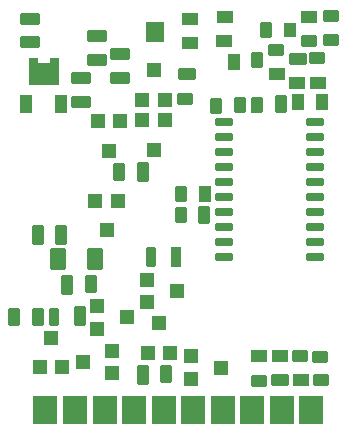
<source format=gbr>
G04 #@! TF.GenerationSoftware,KiCad,Pcbnew,9.0.4-9.0.4-0~ubuntu24.04.1*
G04 #@! TF.CreationDate,2025-08-25T21:36:42-07:00*
G04 #@! TF.ProjectId,iisi-riser-board,69697369-2d72-4697-9365-722d626f6172,rev?*
G04 #@! TF.SameCoordinates,Original*
G04 #@! TF.FileFunction,Paste,Top*
G04 #@! TF.FilePolarity,Positive*
%FSLAX46Y46*%
G04 Gerber Fmt 4.6, Leading zero omitted, Abs format (unit mm)*
G04 Created by KiCad (PCBNEW 9.0.4-9.0.4-0~ubuntu24.04.1) date 2025-08-25 21:36:42*
%MOMM*%
%LPD*%
G01*
G04 APERTURE LIST*
G04 Aperture macros list*
%AMRoundRect*
0 Rectangle with rounded corners*
0 $1 Rounding radius*
0 $2 $3 $4 $5 $6 $7 $8 $9 X,Y pos of 4 corners*
0 Add a 4 corners polygon primitive as box body*
4,1,4,$2,$3,$4,$5,$6,$7,$8,$9,$2,$3,0*
0 Add four circle primitives for the rounded corners*
1,1,$1+$1,$2,$3*
1,1,$1+$1,$4,$5*
1,1,$1+$1,$6,$7*
1,1,$1+$1,$8,$9*
0 Add four rect primitives between the rounded corners*
20,1,$1+$1,$2,$3,$4,$5,0*
20,1,$1+$1,$4,$5,$6,$7,0*
20,1,$1+$1,$6,$7,$8,$9,0*
20,1,$1+$1,$8,$9,$2,$3,0*%
%AMFreePoly0*
4,1,9,1.362500,0.475000,0.937500,0.475000,0.937500,-0.475000,1.362500,-0.475000,1.362500,-1.250000,-0.937500,-1.250000,-0.937500,1.250000,1.362500,1.250000,1.362500,0.475000,1.362500,0.475000,$1*%
G04 Aperture macros list end*
%ADD10RoundRect,0.100000X0.575000X-0.437500X0.575000X0.437500X-0.575000X0.437500X-0.575000X-0.437500X0*%
%ADD11RoundRect,0.100000X0.625000X-0.425000X0.625000X0.425000X-0.625000X0.425000X-0.625000X-0.425000X0*%
%ADD12RoundRect,0.100000X0.525000X0.525000X-0.525000X0.525000X-0.525000X-0.525000X0.525000X-0.525000X0*%
%ADD13RoundRect,0.090244X0.372256X0.734756X-0.372256X0.734756X-0.372256X-0.734756X0.372256X-0.734756X0*%
%ADD14RoundRect,0.085366X0.352134X0.739634X-0.352134X0.739634X-0.352134X-0.739634X0.352134X-0.739634X0*%
%ADD15RoundRect,0.100000X-0.412500X-0.725000X0.412500X-0.725000X0.412500X0.725000X-0.412500X0.725000X0*%
%ADD16RoundRect,0.078049X-0.321951X-0.696951X0.321951X-0.696951X0.321951X0.696951X-0.321951X0.696951X0*%
%ADD17RoundRect,0.100000X-0.725000X0.412500X-0.725000X-0.412500X0.725000X-0.412500X0.725000X0.412500X0*%
%ADD18RoundRect,0.100000X0.412500X0.625000X-0.412500X0.625000X-0.412500X-0.625000X0.412500X-0.625000X0*%
%ADD19RoundRect,0.095305X0.412195X0.554695X-0.412195X0.554695X-0.412195X-0.554695X0.412195X-0.554695X0*%
%ADD20RoundRect,0.100000X-0.525000X-0.525000X0.525000X-0.525000X0.525000X0.525000X-0.525000X0.525000X0*%
%ADD21R,1.475000X1.100000*%
%ADD22R,1.500000X1.750000*%
%ADD23R,1.350000X1.100000*%
%ADD24RoundRect,0.100000X-0.412500X-0.575000X0.412500X-0.575000X0.412500X0.575000X-0.412500X0.575000X0*%
%ADD25RoundRect,0.100000X-0.437500X-0.600000X0.437500X-0.600000X0.437500X0.600000X-0.437500X0.600000X0*%
%ADD26RoundRect,0.100000X0.425000X-0.675000X0.425000X0.675000X-0.425000X0.675000X-0.425000X-0.675000X0*%
%ADD27FreePoly0,90.000000*%
%ADD28RoundRect,0.100000X-0.387500X-0.562500X0.387500X-0.562500X0.387500X0.562500X-0.387500X0.562500X0*%
%ADD29RoundRect,0.100000X-0.400000X-0.525000X0.400000X-0.525000X0.400000X0.525000X-0.400000X0.525000X0*%
%ADD30RoundRect,0.100000X0.562500X0.800000X-0.562500X0.800000X-0.562500X-0.800000X0.562500X-0.800000X0*%
%ADD31RoundRect,0.104878X0.545122X-0.432622X0.545122X0.432622X-0.545122X0.432622X-0.545122X-0.432622X0*%
%ADD32RoundRect,0.100000X0.650000X-0.412500X0.650000X0.412500X-0.650000X0.412500X-0.650000X-0.412500X0*%
%ADD33RoundRect,0.100000X-0.525000X0.525000X-0.525000X-0.525000X0.525000X-0.525000X0.525000X0.525000X0*%
%ADD34RoundRect,0.100000X0.587500X-0.400000X0.587500X0.400000X-0.587500X0.400000X-0.587500X-0.400000X0*%
%ADD35RoundRect,0.100000X0.612500X-0.437500X0.612500X0.437500X-0.612500X0.437500X-0.612500X-0.437500X0*%
%ADD36RoundRect,0.100000X0.437500X0.550000X-0.437500X0.550000X-0.437500X-0.550000X0.437500X-0.550000X0*%
%ADD37RoundRect,0.100000X0.425000X0.575000X-0.425000X0.575000X-0.425000X-0.575000X0.425000X-0.575000X0*%
%ADD38RoundRect,0.100000X0.525000X-0.525000X0.525000X0.525000X-0.525000X0.525000X-0.525000X-0.525000X0*%
%ADD39RoundRect,0.102439X-0.422561X-0.610061X0.422561X-0.610061X0.422561X0.610061X-0.422561X0.610061X0*%
%ADD40RoundRect,0.097561X-0.402439X-0.589939X0.402439X-0.589939X0.402439X0.589939X-0.402439X0.589939X0*%
%ADD41RoundRect,0.100000X0.562500X-0.425000X0.562500X0.425000X-0.562500X0.425000X-0.562500X-0.425000X0*%
%ADD42RoundRect,0.100000X0.612500X-0.425000X0.612500X0.425000X-0.612500X0.425000X-0.612500X-0.425000X0*%
%ADD43RoundRect,0.100000X-0.575000X0.412500X-0.575000X-0.412500X0.575000X-0.412500X0.575000X0.412500X0*%
%ADD44RoundRect,0.100000X-0.575000X0.437500X-0.575000X-0.437500X0.575000X-0.437500X0.575000X0.437500X0*%
%ADD45RoundRect,0.100000X0.562500X-0.412500X0.562500X0.412500X-0.562500X0.412500X-0.562500X-0.412500X0*%
%ADD46RoundRect,0.100000X0.425000X0.625000X-0.425000X0.625000X-0.425000X-0.625000X0.425000X-0.625000X0*%
%ADD47RoundRect,0.100000X0.412500X0.587500X-0.412500X0.587500X-0.412500X-0.587500X0.412500X-0.587500X0*%
%ADD48RoundRect,0.100000X0.600000X-0.412500X0.600000X0.412500X-0.600000X0.412500X-0.600000X-0.412500X0*%
%ADD49RoundRect,0.100000X0.537500X-0.400000X0.537500X0.400000X-0.537500X0.400000X-0.537500X-0.400000X0*%
%ADD50RoundRect,0.100000X-0.425000X-0.587500X0.425000X-0.587500X0.425000X0.587500X-0.425000X0.587500X0*%
%ADD51RoundRect,0.100000X0.412500X0.725000X-0.412500X0.725000X-0.412500X-0.725000X0.412500X-0.725000X0*%
%ADD52RoundRect,0.100000X0.662500X0.250000X-0.662500X0.250000X-0.662500X-0.250000X0.662500X-0.250000X0*%
%ADD53RoundRect,0.092683X-0.382317X-0.644817X0.382317X-0.644817X0.382317X0.644817X-0.382317X0.644817X0*%
%ADD54R,2.000000X2.350000*%
%ADD55RoundRect,0.100000X0.575000X-0.425000X0.575000X0.425000X-0.575000X0.425000X-0.575000X-0.425000X0*%
%ADD56RoundRect,0.100000X0.625000X-0.437500X0.625000X0.437500X-0.625000X0.437500X-0.625000X-0.437500X0*%
%ADD57RoundRect,0.102439X0.610061X-0.422561X0.610061X0.422561X-0.610061X0.422561X-0.610061X-0.422561X0*%
%ADD58RoundRect,0.100000X0.725000X-0.412500X0.725000X0.412500X-0.725000X0.412500X-0.725000X-0.412500X0*%
%ADD59RoundRect,0.100000X-0.400000X-0.625000X0.400000X-0.625000X0.400000X0.625000X-0.400000X0.625000X0*%
%ADD60RoundRect,0.100000X-0.612500X0.400000X-0.612500X-0.400000X0.612500X-0.400000X0.612500X0.400000X0*%
%ADD61RoundRect,0.097561X-0.402439X-0.727439X0.402439X-0.727439X0.402439X0.727439X-0.402439X0.727439X0*%
%ADD62RoundRect,0.100000X-0.412500X-0.650000X0.412500X-0.650000X0.412500X0.650000X-0.412500X0.650000X0*%
%ADD63RoundRect,0.100000X-0.562500X0.425000X-0.562500X-0.425000X0.562500X-0.425000X0.562500X0.425000X0*%
%ADD64RoundRect,0.100000X-0.612500X0.412500X-0.612500X-0.412500X0.612500X-0.412500X0.612500X0.412500X0*%
G04 APERTURE END LIST*
D10*
G04 #@! TO.C,R14*
X125300000Y-70750000D03*
D11*
X125350000Y-68687500D03*
G04 #@! TD*
D12*
G04 #@! TO.C,Q3*
X109650000Y-93425000D03*
X109650000Y-95325000D03*
X107150000Y-94375000D03*
G04 #@! TD*
D13*
G04 #@! TO.C,R12*
X115062500Y-85525000D03*
D14*
X112912500Y-85525000D03*
G04 #@! TD*
D15*
G04 #@! TO.C,R16*
X103337500Y-83600000D03*
X105337500Y-83600000D03*
G04 #@! TD*
D16*
G04 #@! TO.C,R7*
X104762500Y-90550000D03*
D15*
X106912500Y-90500000D03*
G04 #@! TD*
D17*
G04 #@! TO.C,R11*
X108325000Y-66812500D03*
X108325000Y-68812500D03*
G04 #@! TD*
D18*
G04 #@! TO.C,R2*
X117437500Y-81925000D03*
D19*
X115477500Y-81900000D03*
G04 #@! TD*
D20*
G04 #@! TO.C,D2*
X112625000Y-89300000D03*
X115125000Y-88350000D03*
X112625000Y-87400000D03*
G04 #@! TD*
D21*
G04 #@! TO.C,RV1*
X116250000Y-67350000D03*
D22*
X113275000Y-66400000D03*
D23*
X116225000Y-65350000D03*
G04 #@! TD*
D24*
G04 #@! TO.C,C1*
X115450000Y-80150000D03*
D25*
X117500000Y-80175000D03*
G04 #@! TD*
D26*
G04 #@! TO.C,U2*
X102350000Y-72550000D03*
D27*
X103850000Y-69993750D03*
D26*
X105350000Y-72550000D03*
G04 #@! TD*
D28*
G04 #@! TO.C,R3*
X122675000Y-66300000D03*
D29*
X124700000Y-66300000D03*
G04 #@! TD*
D30*
G04 #@! TO.C,C4*
X108175000Y-85675000D03*
X105025000Y-85675000D03*
G04 #@! TD*
D31*
G04 #@! TO.C,R5*
X115850000Y-72075000D03*
D32*
X115950000Y-70025000D03*
G04 #@! TD*
D33*
G04 #@! TO.C,Q1*
X108450000Y-74000000D03*
X110350000Y-74000000D03*
X109400000Y-76500000D03*
G04 #@! TD*
D34*
G04 #@! TO.C,C2*
X126300000Y-67200000D03*
D35*
X126325000Y-65150000D03*
G04 #@! TD*
D36*
G04 #@! TO.C,R1*
X120475000Y-72650000D03*
D37*
X118475000Y-72675000D03*
G04 #@! TD*
D38*
G04 #@! TO.C,D5*
X105400000Y-94825000D03*
X104450000Y-92325000D03*
X103500000Y-94825000D03*
G04 #@! TD*
D39*
G04 #@! TO.C,R22*
X119950000Y-68950000D03*
D40*
X121950000Y-68850000D03*
G04 #@! TD*
D41*
G04 #@! TO.C,R10*
X122075000Y-95987500D03*
D42*
X122075000Y-93887500D03*
G04 #@! TD*
D33*
G04 #@! TO.C,D4*
X112200000Y-73900000D03*
X113150000Y-76400000D03*
X114100000Y-73900000D03*
G04 #@! TD*
D43*
G04 #@! TO.C,C7*
X127000000Y-68675000D03*
D44*
X127100000Y-70750000D03*
G04 #@! TD*
D17*
G04 #@! TO.C,R17*
X107025000Y-70325000D03*
X107025000Y-72325000D03*
G04 #@! TD*
D45*
G04 #@! TO.C,R21*
X127300000Y-95925000D03*
X127250000Y-93925000D03*
G04 #@! TD*
D46*
G04 #@! TO.C,C3*
X123925000Y-72575000D03*
D47*
X121875000Y-72650000D03*
G04 #@! TD*
D48*
G04 #@! TO.C,C6*
X123625000Y-69975000D03*
D49*
X123525000Y-67975000D03*
G04 #@! TD*
D25*
G04 #@! TO.C,C8*
X125400000Y-72400000D03*
D50*
X127400000Y-72350000D03*
G04 #@! TD*
D18*
G04 #@! TO.C,R18*
X107825000Y-87750000D03*
D51*
X105825000Y-87825000D03*
G04 #@! TD*
D52*
G04 #@! TO.C,U1*
X126825000Y-85490000D03*
X126825000Y-84220000D03*
X126825000Y-82950000D03*
X126825000Y-81680000D03*
X126825000Y-80410000D03*
X126825000Y-79140000D03*
X126825000Y-77870000D03*
X126825000Y-76600000D03*
X126825000Y-75330000D03*
X126825000Y-74060000D03*
X119100000Y-74060000D03*
X119100000Y-75330000D03*
X119100000Y-76600000D03*
X119100000Y-77870000D03*
X119100000Y-79140000D03*
X119100000Y-80410000D03*
X119100000Y-81680000D03*
X119100000Y-82950000D03*
X119100000Y-84220000D03*
X119100000Y-85490000D03*
G04 #@! TD*
D53*
G04 #@! TO.C,R4*
X110262500Y-78300000D03*
D15*
X112262500Y-78300000D03*
G04 #@! TD*
D54*
G04 #@! TO.C,J1*
X104000000Y-98425000D03*
X106500000Y-98425000D03*
X109000000Y-98425000D03*
X111500000Y-98425000D03*
X114000000Y-98425000D03*
X116500000Y-98425000D03*
X119000000Y-98425000D03*
X121500000Y-98425000D03*
X124000000Y-98425000D03*
X126500000Y-98425000D03*
G04 #@! TD*
D55*
G04 #@! TO.C,R20*
X128175000Y-67125000D03*
X128175000Y-65125000D03*
G04 #@! TD*
D56*
G04 #@! TO.C,R9*
X123850000Y-95912500D03*
D57*
X123850000Y-93912500D03*
G04 #@! TD*
D20*
G04 #@! TO.C,D6*
X116325000Y-95800000D03*
X118825000Y-94850000D03*
X116325000Y-93900000D03*
G04 #@! TD*
D58*
G04 #@! TO.C,R19*
X102650000Y-67312500D03*
X102650000Y-65312500D03*
G04 #@! TD*
D17*
G04 #@! TO.C,R13*
X110275000Y-68337500D03*
X110275000Y-70337500D03*
G04 #@! TD*
D38*
G04 #@! TO.C,D3*
X114100000Y-72175000D03*
X113150000Y-69675000D03*
X112200000Y-72175000D03*
G04 #@! TD*
D59*
G04 #@! TO.C,R15*
X101350000Y-90575000D03*
X103350000Y-90575000D03*
G04 #@! TD*
D60*
G04 #@! TO.C,R6*
X119200000Y-65200000D03*
X119125000Y-67225000D03*
G04 #@! TD*
D33*
G04 #@! TO.C,Q4*
X108225000Y-80725000D03*
X110125000Y-80725000D03*
X109175000Y-83225000D03*
G04 #@! TD*
D61*
G04 #@! TO.C,R8*
X112250000Y-95500000D03*
D62*
X114237500Y-95400000D03*
G04 #@! TD*
D20*
G04 #@! TO.C,Q2*
X108400000Y-91550000D03*
X108400000Y-89650000D03*
X110900000Y-90600000D03*
G04 #@! TD*
D38*
G04 #@! TO.C,D1*
X114575000Y-93600000D03*
X113625000Y-91100000D03*
X112675000Y-93600000D03*
G04 #@! TD*
D63*
G04 #@! TO.C,C5*
X125550000Y-93900000D03*
D64*
X125600000Y-95900000D03*
G04 #@! TD*
M02*

</source>
